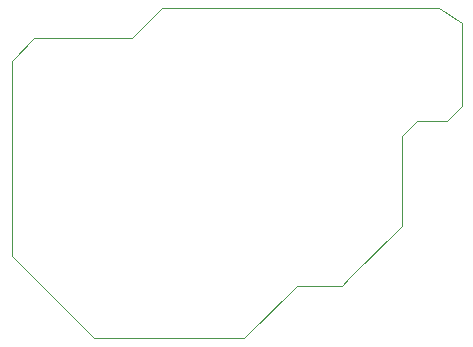
<source format=gbr>
G04 #@! TF.GenerationSoftware,KiCad,Pcbnew,(5.1.5-0-10_14)*
G04 #@! TF.CreationDate,2020-03-09T13:29:08+09:00*
G04 #@! TF.ProjectId,KiCad_Demo,4b694361-645f-4446-956d-6f2e6b696361,rev?*
G04 #@! TF.SameCoordinates,Original*
G04 #@! TF.FileFunction,Profile,NP*
%FSLAX46Y46*%
G04 Gerber Fmt 4.6, Leading zero omitted, Abs format (unit mm)*
G04 Created by KiCad (PCBNEW (5.1.5-0-10_14)) date 2020-03-09 13:29:08*
%MOMM*%
%LPD*%
G04 APERTURE LIST*
%ADD10C,0.050000*%
G04 APERTURE END LIST*
D10*
X154940000Y-93345000D02*
X163195000Y-93345000D01*
X153035000Y-95250000D02*
X154940000Y-93345000D01*
X153035000Y-111760000D02*
X153035000Y-95250000D01*
X160020000Y-118745000D02*
X153035000Y-111760000D01*
X160655000Y-118745000D02*
X160020000Y-118745000D01*
X172720000Y-118745000D02*
X160655000Y-118745000D01*
X177165000Y-114300000D02*
X172720000Y-118745000D01*
X180975000Y-114300000D02*
X177165000Y-114300000D01*
X181610000Y-113665000D02*
X180975000Y-114300000D01*
X186055000Y-109220000D02*
X181610000Y-113665000D01*
X186055000Y-101600000D02*
X186055000Y-109220000D01*
X187325000Y-100330000D02*
X186055000Y-101600000D01*
X189865000Y-100330000D02*
X187325000Y-100330000D01*
X191135000Y-99060000D02*
X189865000Y-100330000D01*
X191135000Y-92075000D02*
X191135000Y-99060000D01*
X189230000Y-90805000D02*
X191135000Y-92075000D01*
X165735000Y-90805000D02*
X189230000Y-90805000D01*
X163195000Y-93345000D02*
X165735000Y-90805000D01*
M02*

</source>
